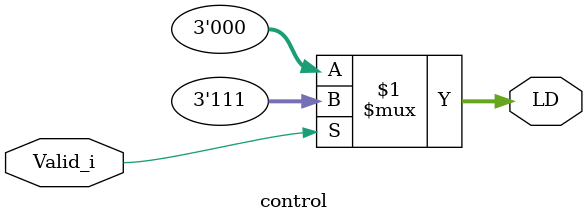
<source format=v>
module control (
	input Valid_i,
	output [2:0] LD
);

	assign LD=(Valid_i)?3'b111:3'b000;
endmodule
</source>
